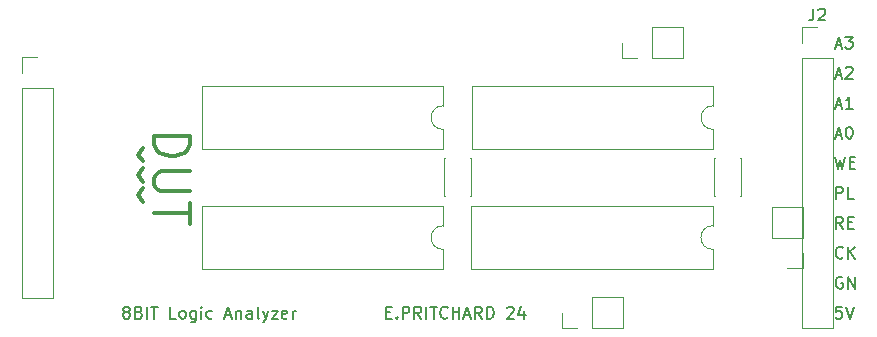
<source format=gbr>
%TF.GenerationSoftware,KiCad,Pcbnew,7.0.5*%
%TF.CreationDate,2024-09-17T16:51:35-04:00*%
%TF.ProjectId,8_bit_logic_analyzer_rev_2,385f6269-745f-46c6-9f67-69635f616e61,rev?*%
%TF.SameCoordinates,Original*%
%TF.FileFunction,Legend,Top*%
%TF.FilePolarity,Positive*%
%FSLAX46Y46*%
G04 Gerber Fmt 4.6, Leading zero omitted, Abs format (unit mm)*
G04 Created by KiCad (PCBNEW 7.0.5) date 2024-09-17 16:51:35*
%MOMM*%
%LPD*%
G01*
G04 APERTURE LIST*
%ADD10C,0.300000*%
%ADD11C,0.150000*%
%ADD12C,0.120000*%
G04 APERTURE END LIST*
D10*
X24207971Y-31266917D02*
X23779400Y-30695489D01*
X23779400Y-30695489D02*
X24207971Y-30124060D01*
X24207971Y-29552631D02*
X23779400Y-28981203D01*
X23779400Y-28981203D02*
X24207971Y-28409774D01*
X24207971Y-27838345D02*
X23779400Y-27266917D01*
X23779400Y-27266917D02*
X24207971Y-26695488D01*
D11*
X82791541Y-27444819D02*
X83029636Y-28444819D01*
X83029636Y-28444819D02*
X83220112Y-27730533D01*
X83220112Y-27730533D02*
X83410588Y-28444819D01*
X83410588Y-28444819D02*
X83648684Y-27444819D01*
X84029636Y-27921009D02*
X84362969Y-27921009D01*
X84505826Y-28444819D02*
X84029636Y-28444819D01*
X84029636Y-28444819D02*
X84029636Y-27444819D01*
X84029636Y-27444819D02*
X84505826Y-27444819D01*
X82839160Y-23079104D02*
X83315350Y-23079104D01*
X82743922Y-23364819D02*
X83077255Y-22364819D01*
X83077255Y-22364819D02*
X83410588Y-23364819D01*
X84267731Y-23364819D02*
X83696303Y-23364819D01*
X83982017Y-23364819D02*
X83982017Y-22364819D01*
X83982017Y-22364819D02*
X83886779Y-22507676D01*
X83886779Y-22507676D02*
X83791541Y-22602914D01*
X83791541Y-22602914D02*
X83696303Y-22650533D01*
X83410588Y-37652438D02*
X83315350Y-37604819D01*
X83315350Y-37604819D02*
X83172493Y-37604819D01*
X83172493Y-37604819D02*
X83029636Y-37652438D01*
X83029636Y-37652438D02*
X82934398Y-37747676D01*
X82934398Y-37747676D02*
X82886779Y-37842914D01*
X82886779Y-37842914D02*
X82839160Y-38033390D01*
X82839160Y-38033390D02*
X82839160Y-38176247D01*
X82839160Y-38176247D02*
X82886779Y-38366723D01*
X82886779Y-38366723D02*
X82934398Y-38461961D01*
X82934398Y-38461961D02*
X83029636Y-38557200D01*
X83029636Y-38557200D02*
X83172493Y-38604819D01*
X83172493Y-38604819D02*
X83267731Y-38604819D01*
X83267731Y-38604819D02*
X83410588Y-38557200D01*
X83410588Y-38557200D02*
X83458207Y-38509580D01*
X83458207Y-38509580D02*
X83458207Y-38176247D01*
X83458207Y-38176247D02*
X83267731Y-38176247D01*
X83886779Y-38604819D02*
X83886779Y-37604819D01*
X83886779Y-37604819D02*
X84458207Y-38604819D01*
X84458207Y-38604819D02*
X84458207Y-37604819D01*
X83458207Y-35969580D02*
X83410588Y-36017200D01*
X83410588Y-36017200D02*
X83267731Y-36064819D01*
X83267731Y-36064819D02*
X83172493Y-36064819D01*
X83172493Y-36064819D02*
X83029636Y-36017200D01*
X83029636Y-36017200D02*
X82934398Y-35921961D01*
X82934398Y-35921961D02*
X82886779Y-35826723D01*
X82886779Y-35826723D02*
X82839160Y-35636247D01*
X82839160Y-35636247D02*
X82839160Y-35493390D01*
X82839160Y-35493390D02*
X82886779Y-35302914D01*
X82886779Y-35302914D02*
X82934398Y-35207676D01*
X82934398Y-35207676D02*
X83029636Y-35112438D01*
X83029636Y-35112438D02*
X83172493Y-35064819D01*
X83172493Y-35064819D02*
X83267731Y-35064819D01*
X83267731Y-35064819D02*
X83410588Y-35112438D01*
X83410588Y-35112438D02*
X83458207Y-35160057D01*
X83886779Y-36064819D02*
X83886779Y-35064819D01*
X84458207Y-36064819D02*
X84029636Y-35493390D01*
X84458207Y-35064819D02*
X83886779Y-35636247D01*
X82839160Y-20539104D02*
X83315350Y-20539104D01*
X82743922Y-20824819D02*
X83077255Y-19824819D01*
X83077255Y-19824819D02*
X83410588Y-20824819D01*
X83696303Y-19920057D02*
X83743922Y-19872438D01*
X83743922Y-19872438D02*
X83839160Y-19824819D01*
X83839160Y-19824819D02*
X84077255Y-19824819D01*
X84077255Y-19824819D02*
X84172493Y-19872438D01*
X84172493Y-19872438D02*
X84220112Y-19920057D01*
X84220112Y-19920057D02*
X84267731Y-20015295D01*
X84267731Y-20015295D02*
X84267731Y-20110533D01*
X84267731Y-20110533D02*
X84220112Y-20253390D01*
X84220112Y-20253390D02*
X83648684Y-20824819D01*
X83648684Y-20824819D02*
X84267731Y-20824819D01*
X83458207Y-33524819D02*
X83124874Y-33048628D01*
X82886779Y-33524819D02*
X82886779Y-32524819D01*
X82886779Y-32524819D02*
X83267731Y-32524819D01*
X83267731Y-32524819D02*
X83362969Y-32572438D01*
X83362969Y-32572438D02*
X83410588Y-32620057D01*
X83410588Y-32620057D02*
X83458207Y-32715295D01*
X83458207Y-32715295D02*
X83458207Y-32858152D01*
X83458207Y-32858152D02*
X83410588Y-32953390D01*
X83410588Y-32953390D02*
X83362969Y-33001009D01*
X83362969Y-33001009D02*
X83267731Y-33048628D01*
X83267731Y-33048628D02*
X82886779Y-33048628D01*
X83886779Y-33001009D02*
X84220112Y-33001009D01*
X84362969Y-33524819D02*
X83886779Y-33524819D01*
X83886779Y-33524819D02*
X83886779Y-32524819D01*
X83886779Y-32524819D02*
X84362969Y-32524819D01*
D10*
X25147742Y-25676653D02*
X28147742Y-25676653D01*
X28147742Y-25676653D02*
X28147742Y-26390939D01*
X28147742Y-26390939D02*
X28004885Y-26819510D01*
X28004885Y-26819510D02*
X27719171Y-27105225D01*
X27719171Y-27105225D02*
X27433457Y-27248082D01*
X27433457Y-27248082D02*
X26862028Y-27390939D01*
X26862028Y-27390939D02*
X26433457Y-27390939D01*
X26433457Y-27390939D02*
X25862028Y-27248082D01*
X25862028Y-27248082D02*
X25576314Y-27105225D01*
X25576314Y-27105225D02*
X25290600Y-26819510D01*
X25290600Y-26819510D02*
X25147742Y-26390939D01*
X25147742Y-26390939D02*
X25147742Y-25676653D01*
X28147742Y-28676653D02*
X25719171Y-28676653D01*
X25719171Y-28676653D02*
X25433457Y-28819510D01*
X25433457Y-28819510D02*
X25290600Y-28962368D01*
X25290600Y-28962368D02*
X25147742Y-29248082D01*
X25147742Y-29248082D02*
X25147742Y-29819510D01*
X25147742Y-29819510D02*
X25290600Y-30105225D01*
X25290600Y-30105225D02*
X25433457Y-30248082D01*
X25433457Y-30248082D02*
X25719171Y-30390939D01*
X25719171Y-30390939D02*
X28147742Y-30390939D01*
X28147742Y-31390939D02*
X28147742Y-33105225D01*
X25147742Y-32248082D02*
X28147742Y-32248082D01*
D11*
X82839160Y-25619104D02*
X83315350Y-25619104D01*
X82743922Y-25904819D02*
X83077255Y-24904819D01*
X83077255Y-24904819D02*
X83410588Y-25904819D01*
X83934398Y-24904819D02*
X84029636Y-24904819D01*
X84029636Y-24904819D02*
X84124874Y-24952438D01*
X84124874Y-24952438D02*
X84172493Y-25000057D01*
X84172493Y-25000057D02*
X84220112Y-25095295D01*
X84220112Y-25095295D02*
X84267731Y-25285771D01*
X84267731Y-25285771D02*
X84267731Y-25523866D01*
X84267731Y-25523866D02*
X84220112Y-25714342D01*
X84220112Y-25714342D02*
X84172493Y-25809580D01*
X84172493Y-25809580D02*
X84124874Y-25857200D01*
X84124874Y-25857200D02*
X84029636Y-25904819D01*
X84029636Y-25904819D02*
X83934398Y-25904819D01*
X83934398Y-25904819D02*
X83839160Y-25857200D01*
X83839160Y-25857200D02*
X83791541Y-25809580D01*
X83791541Y-25809580D02*
X83743922Y-25714342D01*
X83743922Y-25714342D02*
X83696303Y-25523866D01*
X83696303Y-25523866D02*
X83696303Y-25285771D01*
X83696303Y-25285771D02*
X83743922Y-25095295D01*
X83743922Y-25095295D02*
X83791541Y-25000057D01*
X83791541Y-25000057D02*
X83839160Y-24952438D01*
X83839160Y-24952438D02*
X83934398Y-24904819D01*
X82886779Y-30984819D02*
X82886779Y-29984819D01*
X82886779Y-29984819D02*
X83267731Y-29984819D01*
X83267731Y-29984819D02*
X83362969Y-30032438D01*
X83362969Y-30032438D02*
X83410588Y-30080057D01*
X83410588Y-30080057D02*
X83458207Y-30175295D01*
X83458207Y-30175295D02*
X83458207Y-30318152D01*
X83458207Y-30318152D02*
X83410588Y-30413390D01*
X83410588Y-30413390D02*
X83362969Y-30461009D01*
X83362969Y-30461009D02*
X83267731Y-30508628D01*
X83267731Y-30508628D02*
X82886779Y-30508628D01*
X84362969Y-30984819D02*
X83886779Y-30984819D01*
X83886779Y-30984819D02*
X83886779Y-29984819D01*
X83362969Y-40144819D02*
X82886779Y-40144819D01*
X82886779Y-40144819D02*
X82839160Y-40621009D01*
X82839160Y-40621009D02*
X82886779Y-40573390D01*
X82886779Y-40573390D02*
X82982017Y-40525771D01*
X82982017Y-40525771D02*
X83220112Y-40525771D01*
X83220112Y-40525771D02*
X83315350Y-40573390D01*
X83315350Y-40573390D02*
X83362969Y-40621009D01*
X83362969Y-40621009D02*
X83410588Y-40716247D01*
X83410588Y-40716247D02*
X83410588Y-40954342D01*
X83410588Y-40954342D02*
X83362969Y-41049580D01*
X83362969Y-41049580D02*
X83315350Y-41097200D01*
X83315350Y-41097200D02*
X83220112Y-41144819D01*
X83220112Y-41144819D02*
X82982017Y-41144819D01*
X82982017Y-41144819D02*
X82886779Y-41097200D01*
X82886779Y-41097200D02*
X82839160Y-41049580D01*
X83696303Y-40144819D02*
X84029636Y-41144819D01*
X84029636Y-41144819D02*
X84362969Y-40144819D01*
X44786779Y-40621009D02*
X45120112Y-40621009D01*
X45262969Y-41144819D02*
X44786779Y-41144819D01*
X44786779Y-41144819D02*
X44786779Y-40144819D01*
X44786779Y-40144819D02*
X45262969Y-40144819D01*
X45691541Y-41049580D02*
X45739160Y-41097200D01*
X45739160Y-41097200D02*
X45691541Y-41144819D01*
X45691541Y-41144819D02*
X45643922Y-41097200D01*
X45643922Y-41097200D02*
X45691541Y-41049580D01*
X45691541Y-41049580D02*
X45691541Y-41144819D01*
X46167731Y-41144819D02*
X46167731Y-40144819D01*
X46167731Y-40144819D02*
X46548683Y-40144819D01*
X46548683Y-40144819D02*
X46643921Y-40192438D01*
X46643921Y-40192438D02*
X46691540Y-40240057D01*
X46691540Y-40240057D02*
X46739159Y-40335295D01*
X46739159Y-40335295D02*
X46739159Y-40478152D01*
X46739159Y-40478152D02*
X46691540Y-40573390D01*
X46691540Y-40573390D02*
X46643921Y-40621009D01*
X46643921Y-40621009D02*
X46548683Y-40668628D01*
X46548683Y-40668628D02*
X46167731Y-40668628D01*
X47739159Y-41144819D02*
X47405826Y-40668628D01*
X47167731Y-41144819D02*
X47167731Y-40144819D01*
X47167731Y-40144819D02*
X47548683Y-40144819D01*
X47548683Y-40144819D02*
X47643921Y-40192438D01*
X47643921Y-40192438D02*
X47691540Y-40240057D01*
X47691540Y-40240057D02*
X47739159Y-40335295D01*
X47739159Y-40335295D02*
X47739159Y-40478152D01*
X47739159Y-40478152D02*
X47691540Y-40573390D01*
X47691540Y-40573390D02*
X47643921Y-40621009D01*
X47643921Y-40621009D02*
X47548683Y-40668628D01*
X47548683Y-40668628D02*
X47167731Y-40668628D01*
X48167731Y-41144819D02*
X48167731Y-40144819D01*
X48501064Y-40144819D02*
X49072492Y-40144819D01*
X48786778Y-41144819D02*
X48786778Y-40144819D01*
X49977254Y-41049580D02*
X49929635Y-41097200D01*
X49929635Y-41097200D02*
X49786778Y-41144819D01*
X49786778Y-41144819D02*
X49691540Y-41144819D01*
X49691540Y-41144819D02*
X49548683Y-41097200D01*
X49548683Y-41097200D02*
X49453445Y-41001961D01*
X49453445Y-41001961D02*
X49405826Y-40906723D01*
X49405826Y-40906723D02*
X49358207Y-40716247D01*
X49358207Y-40716247D02*
X49358207Y-40573390D01*
X49358207Y-40573390D02*
X49405826Y-40382914D01*
X49405826Y-40382914D02*
X49453445Y-40287676D01*
X49453445Y-40287676D02*
X49548683Y-40192438D01*
X49548683Y-40192438D02*
X49691540Y-40144819D01*
X49691540Y-40144819D02*
X49786778Y-40144819D01*
X49786778Y-40144819D02*
X49929635Y-40192438D01*
X49929635Y-40192438D02*
X49977254Y-40240057D01*
X50405826Y-41144819D02*
X50405826Y-40144819D01*
X50405826Y-40621009D02*
X50977254Y-40621009D01*
X50977254Y-41144819D02*
X50977254Y-40144819D01*
X51405826Y-40859104D02*
X51882016Y-40859104D01*
X51310588Y-41144819D02*
X51643921Y-40144819D01*
X51643921Y-40144819D02*
X51977254Y-41144819D01*
X52882016Y-41144819D02*
X52548683Y-40668628D01*
X52310588Y-41144819D02*
X52310588Y-40144819D01*
X52310588Y-40144819D02*
X52691540Y-40144819D01*
X52691540Y-40144819D02*
X52786778Y-40192438D01*
X52786778Y-40192438D02*
X52834397Y-40240057D01*
X52834397Y-40240057D02*
X52882016Y-40335295D01*
X52882016Y-40335295D02*
X52882016Y-40478152D01*
X52882016Y-40478152D02*
X52834397Y-40573390D01*
X52834397Y-40573390D02*
X52786778Y-40621009D01*
X52786778Y-40621009D02*
X52691540Y-40668628D01*
X52691540Y-40668628D02*
X52310588Y-40668628D01*
X53310588Y-41144819D02*
X53310588Y-40144819D01*
X53310588Y-40144819D02*
X53548683Y-40144819D01*
X53548683Y-40144819D02*
X53691540Y-40192438D01*
X53691540Y-40192438D02*
X53786778Y-40287676D01*
X53786778Y-40287676D02*
X53834397Y-40382914D01*
X53834397Y-40382914D02*
X53882016Y-40573390D01*
X53882016Y-40573390D02*
X53882016Y-40716247D01*
X53882016Y-40716247D02*
X53834397Y-40906723D01*
X53834397Y-40906723D02*
X53786778Y-41001961D01*
X53786778Y-41001961D02*
X53691540Y-41097200D01*
X53691540Y-41097200D02*
X53548683Y-41144819D01*
X53548683Y-41144819D02*
X53310588Y-41144819D01*
X55024874Y-40240057D02*
X55072493Y-40192438D01*
X55072493Y-40192438D02*
X55167731Y-40144819D01*
X55167731Y-40144819D02*
X55405826Y-40144819D01*
X55405826Y-40144819D02*
X55501064Y-40192438D01*
X55501064Y-40192438D02*
X55548683Y-40240057D01*
X55548683Y-40240057D02*
X55596302Y-40335295D01*
X55596302Y-40335295D02*
X55596302Y-40430533D01*
X55596302Y-40430533D02*
X55548683Y-40573390D01*
X55548683Y-40573390D02*
X54977255Y-41144819D01*
X54977255Y-41144819D02*
X55596302Y-41144819D01*
X56453445Y-40478152D02*
X56453445Y-41144819D01*
X56215350Y-40097200D02*
X55977255Y-40811485D01*
X55977255Y-40811485D02*
X56596302Y-40811485D01*
X22704636Y-40573390D02*
X22609398Y-40525771D01*
X22609398Y-40525771D02*
X22561779Y-40478152D01*
X22561779Y-40478152D02*
X22514160Y-40382914D01*
X22514160Y-40382914D02*
X22514160Y-40335295D01*
X22514160Y-40335295D02*
X22561779Y-40240057D01*
X22561779Y-40240057D02*
X22609398Y-40192438D01*
X22609398Y-40192438D02*
X22704636Y-40144819D01*
X22704636Y-40144819D02*
X22895112Y-40144819D01*
X22895112Y-40144819D02*
X22990350Y-40192438D01*
X22990350Y-40192438D02*
X23037969Y-40240057D01*
X23037969Y-40240057D02*
X23085588Y-40335295D01*
X23085588Y-40335295D02*
X23085588Y-40382914D01*
X23085588Y-40382914D02*
X23037969Y-40478152D01*
X23037969Y-40478152D02*
X22990350Y-40525771D01*
X22990350Y-40525771D02*
X22895112Y-40573390D01*
X22895112Y-40573390D02*
X22704636Y-40573390D01*
X22704636Y-40573390D02*
X22609398Y-40621009D01*
X22609398Y-40621009D02*
X22561779Y-40668628D01*
X22561779Y-40668628D02*
X22514160Y-40763866D01*
X22514160Y-40763866D02*
X22514160Y-40954342D01*
X22514160Y-40954342D02*
X22561779Y-41049580D01*
X22561779Y-41049580D02*
X22609398Y-41097200D01*
X22609398Y-41097200D02*
X22704636Y-41144819D01*
X22704636Y-41144819D02*
X22895112Y-41144819D01*
X22895112Y-41144819D02*
X22990350Y-41097200D01*
X22990350Y-41097200D02*
X23037969Y-41049580D01*
X23037969Y-41049580D02*
X23085588Y-40954342D01*
X23085588Y-40954342D02*
X23085588Y-40763866D01*
X23085588Y-40763866D02*
X23037969Y-40668628D01*
X23037969Y-40668628D02*
X22990350Y-40621009D01*
X22990350Y-40621009D02*
X22895112Y-40573390D01*
X23847493Y-40621009D02*
X23990350Y-40668628D01*
X23990350Y-40668628D02*
X24037969Y-40716247D01*
X24037969Y-40716247D02*
X24085588Y-40811485D01*
X24085588Y-40811485D02*
X24085588Y-40954342D01*
X24085588Y-40954342D02*
X24037969Y-41049580D01*
X24037969Y-41049580D02*
X23990350Y-41097200D01*
X23990350Y-41097200D02*
X23895112Y-41144819D01*
X23895112Y-41144819D02*
X23514160Y-41144819D01*
X23514160Y-41144819D02*
X23514160Y-40144819D01*
X23514160Y-40144819D02*
X23847493Y-40144819D01*
X23847493Y-40144819D02*
X23942731Y-40192438D01*
X23942731Y-40192438D02*
X23990350Y-40240057D01*
X23990350Y-40240057D02*
X24037969Y-40335295D01*
X24037969Y-40335295D02*
X24037969Y-40430533D01*
X24037969Y-40430533D02*
X23990350Y-40525771D01*
X23990350Y-40525771D02*
X23942731Y-40573390D01*
X23942731Y-40573390D02*
X23847493Y-40621009D01*
X23847493Y-40621009D02*
X23514160Y-40621009D01*
X24514160Y-41144819D02*
X24514160Y-40144819D01*
X24847493Y-40144819D02*
X25418921Y-40144819D01*
X25133207Y-41144819D02*
X25133207Y-40144819D01*
X26990350Y-41144819D02*
X26514160Y-41144819D01*
X26514160Y-41144819D02*
X26514160Y-40144819D01*
X27466541Y-41144819D02*
X27371303Y-41097200D01*
X27371303Y-41097200D02*
X27323684Y-41049580D01*
X27323684Y-41049580D02*
X27276065Y-40954342D01*
X27276065Y-40954342D02*
X27276065Y-40668628D01*
X27276065Y-40668628D02*
X27323684Y-40573390D01*
X27323684Y-40573390D02*
X27371303Y-40525771D01*
X27371303Y-40525771D02*
X27466541Y-40478152D01*
X27466541Y-40478152D02*
X27609398Y-40478152D01*
X27609398Y-40478152D02*
X27704636Y-40525771D01*
X27704636Y-40525771D02*
X27752255Y-40573390D01*
X27752255Y-40573390D02*
X27799874Y-40668628D01*
X27799874Y-40668628D02*
X27799874Y-40954342D01*
X27799874Y-40954342D02*
X27752255Y-41049580D01*
X27752255Y-41049580D02*
X27704636Y-41097200D01*
X27704636Y-41097200D02*
X27609398Y-41144819D01*
X27609398Y-41144819D02*
X27466541Y-41144819D01*
X28657017Y-40478152D02*
X28657017Y-41287676D01*
X28657017Y-41287676D02*
X28609398Y-41382914D01*
X28609398Y-41382914D02*
X28561779Y-41430533D01*
X28561779Y-41430533D02*
X28466541Y-41478152D01*
X28466541Y-41478152D02*
X28323684Y-41478152D01*
X28323684Y-41478152D02*
X28228446Y-41430533D01*
X28657017Y-41097200D02*
X28561779Y-41144819D01*
X28561779Y-41144819D02*
X28371303Y-41144819D01*
X28371303Y-41144819D02*
X28276065Y-41097200D01*
X28276065Y-41097200D02*
X28228446Y-41049580D01*
X28228446Y-41049580D02*
X28180827Y-40954342D01*
X28180827Y-40954342D02*
X28180827Y-40668628D01*
X28180827Y-40668628D02*
X28228446Y-40573390D01*
X28228446Y-40573390D02*
X28276065Y-40525771D01*
X28276065Y-40525771D02*
X28371303Y-40478152D01*
X28371303Y-40478152D02*
X28561779Y-40478152D01*
X28561779Y-40478152D02*
X28657017Y-40525771D01*
X29133208Y-41144819D02*
X29133208Y-40478152D01*
X29133208Y-40144819D02*
X29085589Y-40192438D01*
X29085589Y-40192438D02*
X29133208Y-40240057D01*
X29133208Y-40240057D02*
X29180827Y-40192438D01*
X29180827Y-40192438D02*
X29133208Y-40144819D01*
X29133208Y-40144819D02*
X29133208Y-40240057D01*
X30037969Y-41097200D02*
X29942731Y-41144819D01*
X29942731Y-41144819D02*
X29752255Y-41144819D01*
X29752255Y-41144819D02*
X29657017Y-41097200D01*
X29657017Y-41097200D02*
X29609398Y-41049580D01*
X29609398Y-41049580D02*
X29561779Y-40954342D01*
X29561779Y-40954342D02*
X29561779Y-40668628D01*
X29561779Y-40668628D02*
X29609398Y-40573390D01*
X29609398Y-40573390D02*
X29657017Y-40525771D01*
X29657017Y-40525771D02*
X29752255Y-40478152D01*
X29752255Y-40478152D02*
X29942731Y-40478152D01*
X29942731Y-40478152D02*
X30037969Y-40525771D01*
X31180827Y-40859104D02*
X31657017Y-40859104D01*
X31085589Y-41144819D02*
X31418922Y-40144819D01*
X31418922Y-40144819D02*
X31752255Y-41144819D01*
X32085589Y-40478152D02*
X32085589Y-41144819D01*
X32085589Y-40573390D02*
X32133208Y-40525771D01*
X32133208Y-40525771D02*
X32228446Y-40478152D01*
X32228446Y-40478152D02*
X32371303Y-40478152D01*
X32371303Y-40478152D02*
X32466541Y-40525771D01*
X32466541Y-40525771D02*
X32514160Y-40621009D01*
X32514160Y-40621009D02*
X32514160Y-41144819D01*
X33418922Y-41144819D02*
X33418922Y-40621009D01*
X33418922Y-40621009D02*
X33371303Y-40525771D01*
X33371303Y-40525771D02*
X33276065Y-40478152D01*
X33276065Y-40478152D02*
X33085589Y-40478152D01*
X33085589Y-40478152D02*
X32990351Y-40525771D01*
X33418922Y-41097200D02*
X33323684Y-41144819D01*
X33323684Y-41144819D02*
X33085589Y-41144819D01*
X33085589Y-41144819D02*
X32990351Y-41097200D01*
X32990351Y-41097200D02*
X32942732Y-41001961D01*
X32942732Y-41001961D02*
X32942732Y-40906723D01*
X32942732Y-40906723D02*
X32990351Y-40811485D01*
X32990351Y-40811485D02*
X33085589Y-40763866D01*
X33085589Y-40763866D02*
X33323684Y-40763866D01*
X33323684Y-40763866D02*
X33418922Y-40716247D01*
X34037970Y-41144819D02*
X33942732Y-41097200D01*
X33942732Y-41097200D02*
X33895113Y-41001961D01*
X33895113Y-41001961D02*
X33895113Y-40144819D01*
X34323685Y-40478152D02*
X34561780Y-41144819D01*
X34799875Y-40478152D02*
X34561780Y-41144819D01*
X34561780Y-41144819D02*
X34466542Y-41382914D01*
X34466542Y-41382914D02*
X34418923Y-41430533D01*
X34418923Y-41430533D02*
X34323685Y-41478152D01*
X35085590Y-40478152D02*
X35609399Y-40478152D01*
X35609399Y-40478152D02*
X35085590Y-41144819D01*
X35085590Y-41144819D02*
X35609399Y-41144819D01*
X36371304Y-41097200D02*
X36276066Y-41144819D01*
X36276066Y-41144819D02*
X36085590Y-41144819D01*
X36085590Y-41144819D02*
X35990352Y-41097200D01*
X35990352Y-41097200D02*
X35942733Y-41001961D01*
X35942733Y-41001961D02*
X35942733Y-40621009D01*
X35942733Y-40621009D02*
X35990352Y-40525771D01*
X35990352Y-40525771D02*
X36085590Y-40478152D01*
X36085590Y-40478152D02*
X36276066Y-40478152D01*
X36276066Y-40478152D02*
X36371304Y-40525771D01*
X36371304Y-40525771D02*
X36418923Y-40621009D01*
X36418923Y-40621009D02*
X36418923Y-40716247D01*
X36418923Y-40716247D02*
X35942733Y-40811485D01*
X36847495Y-41144819D02*
X36847495Y-40478152D01*
X36847495Y-40668628D02*
X36895114Y-40573390D01*
X36895114Y-40573390D02*
X36942733Y-40525771D01*
X36942733Y-40525771D02*
X37037971Y-40478152D01*
X37037971Y-40478152D02*
X37133209Y-40478152D01*
X82839160Y-17999104D02*
X83315350Y-17999104D01*
X82743922Y-18284819D02*
X83077255Y-17284819D01*
X83077255Y-17284819D02*
X83410588Y-18284819D01*
X83648684Y-17284819D02*
X84267731Y-17284819D01*
X84267731Y-17284819D02*
X83934398Y-17665771D01*
X83934398Y-17665771D02*
X84077255Y-17665771D01*
X84077255Y-17665771D02*
X84172493Y-17713390D01*
X84172493Y-17713390D02*
X84220112Y-17761009D01*
X84220112Y-17761009D02*
X84267731Y-17856247D01*
X84267731Y-17856247D02*
X84267731Y-18094342D01*
X84267731Y-18094342D02*
X84220112Y-18189580D01*
X84220112Y-18189580D02*
X84172493Y-18237200D01*
X84172493Y-18237200D02*
X84077255Y-18284819D01*
X84077255Y-18284819D02*
X83791541Y-18284819D01*
X83791541Y-18284819D02*
X83696303Y-18237200D01*
X83696303Y-18237200D02*
X83648684Y-18189580D01*
%TO.C,J2*%
X80946666Y-14904819D02*
X80946666Y-15619104D01*
X80946666Y-15619104D02*
X80899047Y-15761961D01*
X80899047Y-15761961D02*
X80803809Y-15857200D01*
X80803809Y-15857200D02*
X80660952Y-15904819D01*
X80660952Y-15904819D02*
X80565714Y-15904819D01*
X81375238Y-15000057D02*
X81422857Y-14952438D01*
X81422857Y-14952438D02*
X81518095Y-14904819D01*
X81518095Y-14904819D02*
X81756190Y-14904819D01*
X81756190Y-14904819D02*
X81851428Y-14952438D01*
X81851428Y-14952438D02*
X81899047Y-15000057D01*
X81899047Y-15000057D02*
X81946666Y-15095295D01*
X81946666Y-15095295D02*
X81946666Y-15190533D01*
X81946666Y-15190533D02*
X81899047Y-15333390D01*
X81899047Y-15333390D02*
X81327619Y-15904819D01*
X81327619Y-15904819D02*
X81946666Y-15904819D01*
D12*
X79950000Y-16450000D02*
X81280000Y-16450000D01*
X79950000Y-17780000D02*
X79950000Y-16450000D01*
X79950000Y-19050000D02*
X79950000Y-41970000D01*
X79950000Y-19050000D02*
X82610000Y-19050000D01*
X79950000Y-41970000D02*
X82610000Y-41970000D01*
X82610000Y-19050000D02*
X82610000Y-41970000D01*
%TO.C,U3*%
X49590000Y-31640000D02*
X29150000Y-31640000D01*
X29150000Y-31640000D02*
X29150000Y-36940000D01*
X49590000Y-33290000D02*
X49590000Y-31640000D01*
X49590000Y-36940000D02*
X49590000Y-35290000D01*
X29150000Y-36940000D02*
X49590000Y-36940000D01*
X49590000Y-33290000D02*
G75*
G03*
X49590000Y-35290000I0J-1000000D01*
G01*
%TO.C,J4*%
X59630000Y-41970000D02*
X59630000Y-40640000D01*
X60960000Y-41970000D02*
X59630000Y-41970000D01*
X62230000Y-41970000D02*
X64830000Y-41970000D01*
X62230000Y-41970000D02*
X62230000Y-39310000D01*
X64830000Y-41970000D02*
X64830000Y-39310000D01*
X62230000Y-39310000D02*
X64830000Y-39310000D01*
%TO.C,C1*%
X51920000Y-27570000D02*
X51855000Y-27570000D01*
X51920000Y-27570000D02*
X51920000Y-30810000D01*
X49745000Y-27570000D02*
X49680000Y-27570000D01*
X49680000Y-27570000D02*
X49680000Y-30810000D01*
X51920000Y-30810000D02*
X51855000Y-30810000D01*
X49745000Y-30810000D02*
X49680000Y-30810000D01*
%TO.C,J5*%
X80070000Y-36890000D02*
X78740000Y-36890000D01*
X80070000Y-35560000D02*
X80070000Y-36890000D01*
X80070000Y-34290000D02*
X80070000Y-31690000D01*
X80070000Y-34290000D02*
X77410000Y-34290000D01*
X80070000Y-31690000D02*
X77410000Y-31690000D01*
X77410000Y-34290000D02*
X77410000Y-31690000D01*
%TO.C,U4*%
X72425000Y-31640000D02*
X51985000Y-31640000D01*
X51985000Y-31640000D02*
X51985000Y-36940000D01*
X72425000Y-33290000D02*
X72425000Y-31640000D01*
X72425000Y-36940000D02*
X72425000Y-35290000D01*
X51985000Y-36940000D02*
X72425000Y-36940000D01*
X72425000Y-33290000D02*
G75*
G03*
X72425000Y-35290000I0J-1000000D01*
G01*
%TO.C,U2*%
X72450000Y-21480000D02*
X52010000Y-21480000D01*
X52010000Y-21480000D02*
X52010000Y-26780000D01*
X72450000Y-23130000D02*
X72450000Y-21480000D01*
X72450000Y-26780000D02*
X72450000Y-25130000D01*
X52010000Y-26780000D02*
X72450000Y-26780000D01*
X72450000Y-23130000D02*
G75*
G03*
X72450000Y-25130000I0J-1000000D01*
G01*
%TO.C,C2*%
X74780000Y-27570000D02*
X74715000Y-27570000D01*
X74780000Y-27570000D02*
X74780000Y-30810000D01*
X72605000Y-27570000D02*
X72540000Y-27570000D01*
X72540000Y-27570000D02*
X72540000Y-30810000D01*
X74780000Y-30810000D02*
X74715000Y-30810000D01*
X72605000Y-30810000D02*
X72540000Y-30810000D01*
%TO.C,U1*%
X49590000Y-21480000D02*
X29150000Y-21480000D01*
X29150000Y-21480000D02*
X29150000Y-26780000D01*
X49590000Y-23130000D02*
X49590000Y-21480000D01*
X49590000Y-26780000D02*
X49590000Y-25130000D01*
X29150000Y-26780000D02*
X49590000Y-26780000D01*
X49590000Y-23130000D02*
G75*
G03*
X49590000Y-25130000I0J-1000000D01*
G01*
%TO.C,J3*%
X64710000Y-19110000D02*
X64710000Y-17780000D01*
X66040000Y-19110000D02*
X64710000Y-19110000D01*
X67310000Y-19110000D02*
X69910000Y-19110000D01*
X67310000Y-19110000D02*
X67310000Y-16450000D01*
X69910000Y-19110000D02*
X69910000Y-16450000D01*
X67310000Y-16450000D02*
X69910000Y-16450000D01*
%TO.C,J1*%
X13910000Y-18990000D02*
X15240000Y-18990000D01*
X13910000Y-20320000D02*
X13910000Y-18990000D01*
X13910000Y-21590000D02*
X13910000Y-39430000D01*
X13910000Y-21590000D02*
X16570000Y-21590000D01*
X13910000Y-39430000D02*
X16570000Y-39430000D01*
X16570000Y-21590000D02*
X16570000Y-39430000D01*
%TD*%
M02*

</source>
